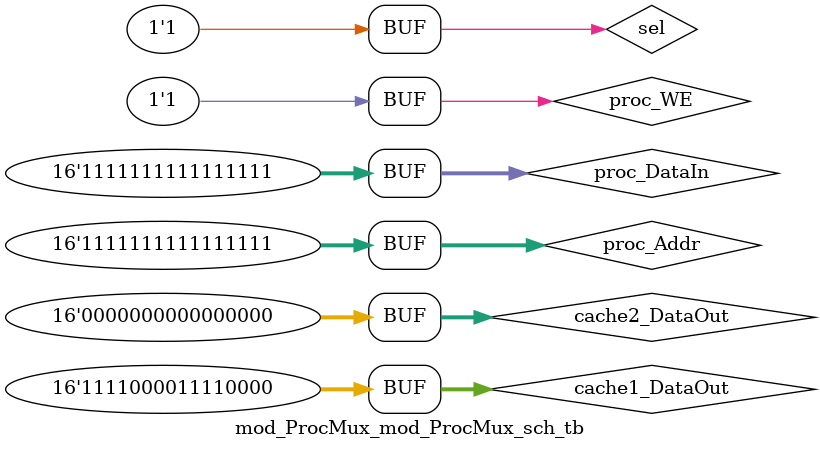
<source format=v>

`timescale 1ns / 1ps

module mod_ProcMux_mod_ProcMux_sch_tb();

// Inputs
   reg sel;
   reg [15:0] cache1_DataOut;
   reg [15:0] cache2_DataOut;
   reg [15:0] proc_DataIn;
   reg [15:0] proc_Addr;
   reg proc_WE;

// Output
   wire [15:0] proc_DataOut;
   wire [15:0] cache1_DataIn;
   wire [15:0] cache2_DataIn;
   wire [15:0] cache1_Addr;
   wire [15:0] cache2_Addr;
   wire cache1_WE;
   wire cache2_WE;

// Bidirs

// Instantiate the UUT
   mod_ProcMux UUT (
		.sel(sel), 
		.proc_DataOut(proc_DataOut), 
		.cache1_DataOut(cache1_DataOut), 
		.cache2_DataOut(cache2_DataOut), 
		.proc_DataIn(proc_DataIn), 
		.cache1_DataIn(cache1_DataIn), 
		.cache2_DataIn(cache2_DataIn), 
		.cache1_Addr(cache1_Addr), 
		.cache2_Addr(cache2_Addr), 
		.proc_Addr(proc_Addr), 
		.cache1_WE(cache1_WE), 
		.cache2_WE(cache2_WE), 
		.proc_WE(proc_WE)
   );
// Initialize Inputs
   initial begin
		sel = 0;
		cache1_DataOut = 16'hf0f0;
		cache2_DataOut = 16'h0000;
		proc_DataIn = 16'hffff;
		proc_Addr = 16'hffff;
		proc_WE = 1;
		#100;
		sel = 1;
   end
endmodule

</source>
